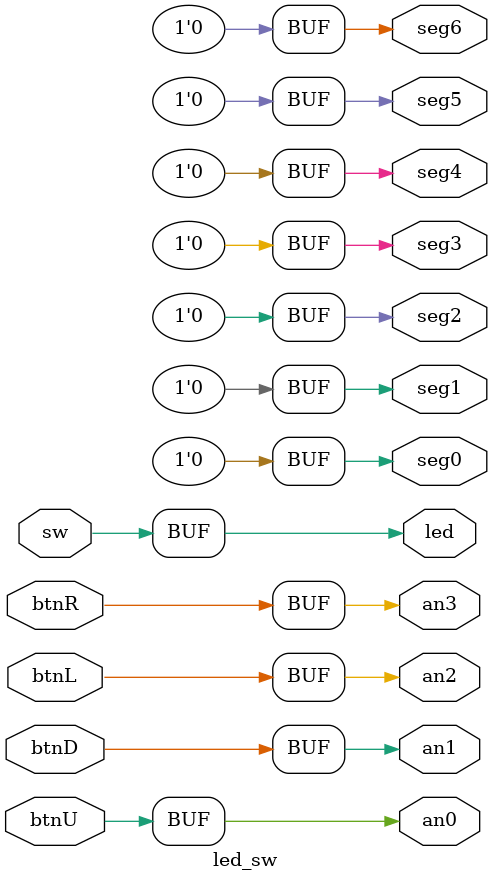
<source format=v>
`timescale 1ns / 1ps


module led_sw(
    output led,
    output an0,
    output an1,
    output an2,
    output an3,
    
    output seg0,
    output seg1,
    output seg2,
    output seg3,
    output seg4,
    output seg5,
    output seg6,
     
    input sw,
    input btnU,
    input btnD,
    input btnL,
    input btnR
    
    );
    
assign led = sw;

assign an0 = btnU;
assign an1 = btnD;
assign an2 = btnL;
assign an3 = btnR;

assign seg0 = 0;
assign seg1 = 0;
assign seg2 = 0;
assign seg3 = 0;
assign seg4 = 0;
assign seg5 = 0;
assign seg6 = 0;

endmodule

</source>
